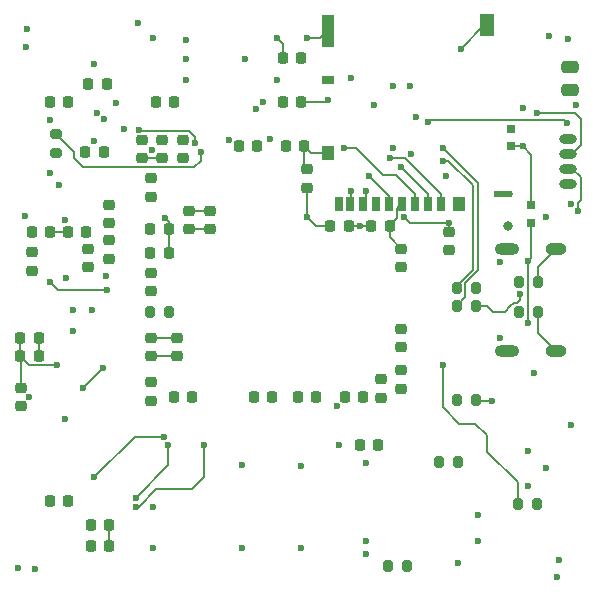
<source format=gbl>
%TF.GenerationSoftware,KiCad,Pcbnew,9.0.1-9.0.1-0~ubuntu24.04.1*%
%TF.CreationDate,2025-06-01T23:52:21-05:00*%
%TF.ProjectId,FC,46432e6b-6963-4616-945f-706362585858,rev?*%
%TF.SameCoordinates,Original*%
%TF.FileFunction,Copper,L6,Bot*%
%TF.FilePolarity,Positive*%
%FSLAX46Y46*%
G04 Gerber Fmt 4.6, Leading zero omitted, Abs format (unit mm)*
G04 Created by KiCad (PCBNEW 9.0.1-9.0.1-0~ubuntu24.04.1) date 2025-06-01 23:52:21*
%MOMM*%
%LPD*%
G01*
G04 APERTURE LIST*
G04 Aperture macros list*
%AMRoundRect*
0 Rectangle with rounded corners*
0 $1 Rounding radius*
0 $2 $3 $4 $5 $6 $7 $8 $9 X,Y pos of 4 corners*
0 Add a 4 corners polygon primitive as box body*
4,1,4,$2,$3,$4,$5,$6,$7,$8,$9,$2,$3,0*
0 Add four circle primitives for the rounded corners*
1,1,$1+$1,$2,$3*
1,1,$1+$1,$4,$5*
1,1,$1+$1,$6,$7*
1,1,$1+$1,$8,$9*
0 Add four rect primitives between the rounded corners*
20,1,$1+$1,$2,$3,$4,$5,0*
20,1,$1+$1,$4,$5,$6,$7,0*
20,1,$1+$1,$6,$7,$8,$9,0*
20,1,$1+$1,$8,$9,$2,$3,0*%
G04 Aperture macros list end*
%TA.AperFunction,HeatsinkPad*%
%ADD10O,1.800000X1.000000*%
%TD*%
%TA.AperFunction,HeatsinkPad*%
%ADD11O,2.100000X1.000000*%
%TD*%
%TA.AperFunction,SMDPad,CuDef*%
%ADD12RoundRect,0.225000X-0.225000X-0.250000X0.225000X-0.250000X0.225000X0.250000X-0.225000X0.250000X0*%
%TD*%
%TA.AperFunction,HeatsinkPad*%
%ADD13C,0.500000*%
%TD*%
%TA.AperFunction,HeatsinkPad*%
%ADD14R,1.600000X0.500000*%
%TD*%
%TA.AperFunction,SMDPad,CuDef*%
%ADD15O,1.500000X0.800000*%
%TD*%
%TA.AperFunction,SMDPad,CuDef*%
%ADD16RoundRect,0.218750X-0.218750X-0.256250X0.218750X-0.256250X0.218750X0.256250X-0.218750X0.256250X0*%
%TD*%
%TA.AperFunction,SMDPad,CuDef*%
%ADD17RoundRect,0.225000X-0.250000X0.225000X-0.250000X-0.225000X0.250000X-0.225000X0.250000X0.225000X0*%
%TD*%
%TA.AperFunction,SMDPad,CuDef*%
%ADD18RoundRect,0.225000X0.250000X-0.225000X0.250000X0.225000X-0.250000X0.225000X-0.250000X-0.225000X0*%
%TD*%
%TA.AperFunction,SMDPad,CuDef*%
%ADD19RoundRect,0.225000X0.225000X0.250000X-0.225000X0.250000X-0.225000X-0.250000X0.225000X-0.250000X0*%
%TD*%
%TA.AperFunction,SMDPad,CuDef*%
%ADD20R,0.685800X0.711200*%
%TD*%
%TA.AperFunction,SMDPad,CuDef*%
%ADD21RoundRect,0.200000X-0.200000X-0.275000X0.200000X-0.275000X0.200000X0.275000X-0.200000X0.275000X0*%
%TD*%
%TA.AperFunction,SMDPad,CuDef*%
%ADD22RoundRect,0.200000X0.200000X0.275000X-0.200000X0.275000X-0.200000X-0.275000X0.200000X-0.275000X0*%
%TD*%
%TA.AperFunction,SMDPad,CuDef*%
%ADD23R,0.700000X1.200000*%
%TD*%
%TA.AperFunction,SMDPad,CuDef*%
%ADD24R,1.000000X1.200000*%
%TD*%
%TA.AperFunction,SMDPad,CuDef*%
%ADD25R,1.000000X2.800000*%
%TD*%
%TA.AperFunction,SMDPad,CuDef*%
%ADD26R,1.300000X1.900000*%
%TD*%
%TA.AperFunction,SMDPad,CuDef*%
%ADD27R,1.000000X0.800000*%
%TD*%
%TA.AperFunction,SMDPad,CuDef*%
%ADD28RoundRect,0.250000X-0.475000X0.250000X-0.475000X-0.250000X0.475000X-0.250000X0.475000X0.250000X0*%
%TD*%
%TA.AperFunction,SMDPad,CuDef*%
%ADD29RoundRect,0.200000X0.275000X-0.200000X0.275000X0.200000X-0.275000X0.200000X-0.275000X-0.200000X0*%
%TD*%
%TA.AperFunction,ViaPad*%
%ADD30C,0.600000*%
%TD*%
%TA.AperFunction,ViaPad*%
%ADD31C,0.800000*%
%TD*%
%TA.AperFunction,Conductor*%
%ADD32C,0.200000*%
%TD*%
G04 APERTURE END LIST*
D10*
%TO.P,J1,S1,GND*%
%TO.N,GND*%
X197325000Y-70430000D03*
D11*
X193145000Y-70430000D03*
D10*
X197325000Y-79070000D03*
D11*
X193145000Y-79070000D03*
%TD*%
D12*
%TO.P,C49,1*%
%TO.N,GND*%
X154450000Y-58000000D03*
%TO.P,C49,2*%
%TO.N,+3.3V*%
X156000000Y-58000000D03*
%TD*%
%TO.P,C47,1*%
%TO.N,GND*%
X157725000Y-56500000D03*
%TO.P,C47,2*%
%TO.N,+3.3V*%
X159275000Y-56500000D03*
%TD*%
D13*
%TO.P,U1,7,PAD*%
%TO.N,GND*%
X192300000Y-65750000D03*
D14*
X192850000Y-65750000D03*
D13*
X193400000Y-65750000D03*
%TD*%
D15*
%TO.P,J34,5,Pin_5*%
%TO.N,unconnected-(J34-Pin_5-Pad5)*%
X198368500Y-64905000D03*
%TO.P,J34,6,Pin_6*%
%TO.N,/NRST*%
X198368500Y-63635000D03*
%TO.P,J34,7,Pin_7*%
%TO.N,+3.3V*%
X198368500Y-62365000D03*
%TO.P,J34,8,Pin_8*%
%TO.N,unconnected-(J34-Pin_8-Pad8)*%
X198368500Y-61095000D03*
%TD*%
D12*
%TO.P,C18,1*%
%TO.N,GND*%
X181700000Y-68500000D03*
%TO.P,C18,2*%
%TO.N,+3.3V*%
X183250000Y-68500000D03*
%TD*%
%TO.P,C3,1*%
%TO.N,GND*%
X157975000Y-93800000D03*
%TO.P,C3,2*%
%TO.N,+3.3V*%
X159525000Y-93800000D03*
%TD*%
D16*
%TO.P,L1,1*%
%TO.N,Net-(U10-VFBSMPS)*%
X162962500Y-68750000D03*
%TO.P,L1,2*%
%TO.N,Net-(U10-VLXSMPS)*%
X164537500Y-68750000D03*
%TD*%
D17*
%TO.P,C21,1*%
%TO.N,GND*%
X184250000Y-80725000D03*
%TO.P,C21,2*%
%TO.N,+3.3V*%
X184250000Y-82275000D03*
%TD*%
%TO.P,C44,1*%
%TO.N,GND*%
X168000000Y-67225000D03*
%TO.P,C44,2*%
%TO.N,Net-(U10-VFBSMPS)*%
X168000000Y-68775000D03*
%TD*%
D12*
%TO.P,C23,1*%
%TO.N,GND*%
X175475000Y-83000000D03*
%TO.P,C23,2*%
%TO.N,+3.3V*%
X177025000Y-83000000D03*
%TD*%
D18*
%TO.P,C46,1*%
%TO.N,GND*%
X162250000Y-62775000D03*
%TO.P,C46,2*%
%TO.N,+3.3V*%
X162250000Y-61225000D03*
%TD*%
D19*
%TO.P,C32,1*%
%TO.N,GND*%
X179775000Y-68500000D03*
%TO.P,C32,2*%
%TO.N,+3.3V*%
X178225000Y-68500000D03*
%TD*%
D12*
%TO.P,C2,1*%
%TO.N,GND*%
X157975000Y-95550000D03*
%TO.P,C2,2*%
%TO.N,+3.3V*%
X159525000Y-95550000D03*
%TD*%
D19*
%TO.P,C40,1*%
%TO.N,GND*%
X181025000Y-83000000D03*
%TO.P,C40,2*%
%TO.N,Net-(C40-Pad2)*%
X179475000Y-83000000D03*
%TD*%
D18*
%TO.P,C26,1*%
%TO.N,GND*%
X163000000Y-83275000D03*
%TO.P,C26,2*%
%TO.N,+3.3V*%
X163000000Y-81725000D03*
%TD*%
D17*
%TO.P,C27,1*%
%TO.N,GND*%
X163000000Y-72475000D03*
%TO.P,C27,2*%
%TO.N,+3.3V*%
X163000000Y-74025000D03*
%TD*%
D20*
%TO.P,U7,1*%
%TO.N,+5V*%
X195250000Y-66751400D03*
%TO.P,U7,2*%
%TO.N,Net-(J1-VBUS-PadA4)*%
X195250000Y-68250000D03*
%TD*%
D12*
%TO.P,C24,1*%
%TO.N,GND*%
X171725000Y-83000000D03*
%TO.P,C24,2*%
%TO.N,+3.3V*%
X173275000Y-83000000D03*
%TD*%
D18*
%TO.P,C14,1*%
%TO.N,GND*%
X165750000Y-62775000D03*
%TO.P,C14,2*%
%TO.N,+3.3V*%
X165750000Y-61225000D03*
%TD*%
%TO.P,C7,1*%
%TO.N,GND*%
X157750000Y-72000000D03*
%TO.P,C7,2*%
%TO.N,+3.3V*%
X157750000Y-70450000D03*
%TD*%
D21*
%TO.P,R2,1*%
%TO.N,/USB_DP*%
X188925000Y-75250000D03*
%TO.P,R2,2*%
%TO.N,Net-(J1-DP1)*%
X190575000Y-75250000D03*
%TD*%
D18*
%TO.P,C19,1*%
%TO.N,GND*%
X184250000Y-72000000D03*
%TO.P,C19,2*%
%TO.N,+3.3V*%
X184250000Y-70450000D03*
%TD*%
D17*
%TO.P,C37,1*%
%TO.N,GND*%
X165250000Y-77975000D03*
%TO.P,C37,2*%
%TO.N,+3.3V*%
X165250000Y-79525000D03*
%TD*%
%TO.P,C45,1*%
%TO.N,GND*%
X166250000Y-67225000D03*
%TO.P,C45,2*%
%TO.N,Net-(U10-VFBSMPS)*%
X166250000Y-68775000D03*
%TD*%
D22*
%TO.P,R7,1*%
%TO.N,+3.3V*%
X164575000Y-75750000D03*
%TO.P,R7,2*%
%TO.N,/NRST*%
X162925000Y-75750000D03*
%TD*%
%TO.P,R4,1*%
%TO.N,GND*%
X195825000Y-75760000D03*
%TO.P,R4,2*%
%TO.N,Net-(J1-CC1)*%
X194175000Y-75760000D03*
%TD*%
D19*
%TO.P,C15,1*%
%TO.N,GND*%
X172025000Y-61750000D03*
%TO.P,C15,2*%
%TO.N,+3.3V*%
X170475000Y-61750000D03*
%TD*%
D21*
%TO.P,R6,1*%
%TO.N,+3.3V*%
X187425000Y-88500000D03*
%TO.P,R6,2*%
%TO.N,Net-(U9-~{SAFEBOOT})*%
X189075000Y-88500000D03*
%TD*%
D22*
%TO.P,R5,1*%
%TO.N,+3.3V*%
X184750000Y-97250000D03*
%TO.P,R5,2*%
%TO.N,Net-(U9-~{RESET})*%
X183100000Y-97250000D03*
%TD*%
D12*
%TO.P,C17,1*%
%TO.N,GND*%
X174225000Y-54250000D03*
%TO.P,C17,2*%
%TO.N,+3.3V*%
X175775000Y-54250000D03*
%TD*%
%TO.P,C42,1*%
%TO.N,GND*%
X163475000Y-58000000D03*
%TO.P,C42,2*%
%TO.N,Net-(C42-Pad2)*%
X165025000Y-58000000D03*
%TD*%
D17*
%TO.P,C38,1*%
%TO.N,GND*%
X163000000Y-77975000D03*
%TO.P,C38,2*%
%TO.N,+3.3V*%
X163000000Y-79525000D03*
%TD*%
D19*
%TO.P,C43,1*%
%TO.N,Net-(U10-VLXSMPS)*%
X164525000Y-70750000D03*
%TO.P,C43,2*%
%TO.N,GND*%
X162975000Y-70750000D03*
%TD*%
%TO.P,C9,1*%
%TO.N,GND*%
X153525000Y-78000000D03*
%TO.P,C9,2*%
%TO.N,+3.3V*%
X151975000Y-78000000D03*
%TD*%
D23*
%TO.P,J2,1,DAT2*%
%TO.N,/SD_DAT2*%
X187600000Y-66600000D03*
%TO.P,J2,2,CD/DAT3*%
%TO.N,/SD_DAT3*%
X186500000Y-66600000D03*
%TO.P,J2,3,CMD*%
%TO.N,/SD_CMD*%
X185400000Y-66600000D03*
%TO.P,J2,4,VDD*%
%TO.N,+3.3V*%
X184300000Y-66600000D03*
%TO.P,J2,5,CLK*%
%TO.N,/SD_CLK*%
X183200000Y-66600000D03*
%TO.P,J2,6,VSS*%
%TO.N,GND*%
X182100000Y-66600000D03*
%TO.P,J2,7,DAT0*%
%TO.N,/SD_DAT0*%
X181000000Y-66600000D03*
%TO.P,J2,8,DAT1*%
%TO.N,/SD_DAT1*%
X179900000Y-66600000D03*
D24*
%TO.P,J2,P1,SHIELD*%
%TO.N,GND*%
X178000000Y-62300000D03*
D25*
%TO.P,J2,P2,SHIELD__1*%
X178000000Y-51950000D03*
D26*
%TO.P,J2,P3,SHIELD__2*%
X191500000Y-51500000D03*
D24*
%TO.P,J2,P4,SHIELD__3*%
X189150000Y-66600000D03*
D27*
%TO.P,J2,SWA,A*%
%TO.N,unconnected-(J2-A-PadSWA)*%
X178000000Y-56100000D03*
D23*
%TO.P,J2,SWB,B*%
%TO.N,unconnected-(J2-B-PadSWB)*%
X178950000Y-66600000D03*
%TD*%
D12*
%TO.P,C25,1*%
%TO.N,GND*%
X164975000Y-83000000D03*
%TO.P,C25,2*%
%TO.N,+3.3V*%
X166525000Y-83000000D03*
%TD*%
%TO.P,C13,1*%
%TO.N,GND*%
X157475000Y-62250000D03*
%TO.P,C13,2*%
%TO.N,+3.3V*%
X159025000Y-62250000D03*
%TD*%
D18*
%TO.P,C39,1*%
%TO.N,GND*%
X188250000Y-70525000D03*
%TO.P,C39,2*%
%TO.N,+5V*%
X188250000Y-68975000D03*
%TD*%
D21*
%TO.P,R9,1*%
%TO.N,/LEDC_PWM*%
X194100000Y-92000000D03*
%TO.P,R9,2*%
%TO.N,Net-(U15-DIN)*%
X195750000Y-92000000D03*
%TD*%
D17*
%TO.P,C34,1*%
%TO.N,GND*%
X176250000Y-63700000D03*
%TO.P,C34,2*%
%TO.N,+3.3V*%
X176250000Y-65250000D03*
%TD*%
D12*
%TO.P,C5,1*%
%TO.N,GND*%
X152975000Y-69000000D03*
%TO.P,C5,2*%
%TO.N,+3.3V*%
X154525000Y-69000000D03*
%TD*%
D19*
%TO.P,C4,1*%
%TO.N,GND*%
X157525000Y-69000000D03*
%TO.P,C4,2*%
%TO.N,+3.3V*%
X155975000Y-69000000D03*
%TD*%
D18*
%TO.P,C35,1*%
%TO.N,GND*%
X164000000Y-62775000D03*
%TO.P,C35,2*%
%TO.N,+3.3V*%
X164000000Y-61225000D03*
%TD*%
D12*
%TO.P,C1,1*%
%TO.N,GND*%
X154475000Y-91750000D03*
%TO.P,C1,2*%
%TO.N,Net-(U6-C1)*%
X156025000Y-91750000D03*
%TD*%
%TO.P,C22,1*%
%TO.N,GND*%
X180725000Y-87000000D03*
%TO.P,C22,2*%
%TO.N,+3.3V*%
X182275000Y-87000000D03*
%TD*%
D18*
%TO.P,C6,1*%
%TO.N,GND*%
X153000000Y-72275000D03*
%TO.P,C6,2*%
%TO.N,+3.3V*%
X153000000Y-70725000D03*
%TD*%
D17*
%TO.P,C20,1*%
%TO.N,GND*%
X184250000Y-77225000D03*
%TO.P,C20,2*%
%TO.N,+3.3V*%
X184250000Y-78775000D03*
%TD*%
D18*
%TO.P,C36,1*%
%TO.N,GND*%
X159500000Y-71275000D03*
%TO.P,C36,2*%
%TO.N,+3.3V*%
X159500000Y-69725000D03*
%TD*%
D19*
%TO.P,C8,1*%
%TO.N,GND*%
X153525000Y-79500000D03*
%TO.P,C8,2*%
%TO.N,+3.3V*%
X151975000Y-79500000D03*
%TD*%
D21*
%TO.P,R10,1*%
%TO.N,/LEDB_PWM*%
X188925000Y-83250000D03*
%TO.P,R10,2*%
%TO.N,Net-(U16-DIN)*%
X190575000Y-83250000D03*
%TD*%
D20*
%TO.P,U8,1*%
%TO.N,+5V*%
X193500000Y-61750000D03*
%TO.P,U8,2*%
%TO.N,/ESC_5V*%
X193500000Y-60251400D03*
%TD*%
D12*
%TO.P,C41,1*%
%TO.N,GND*%
X174225000Y-58000000D03*
%TO.P,C41,2*%
%TO.N,Net-(C41-Pad2)*%
X175775000Y-58000000D03*
%TD*%
D28*
%TO.P,C48,1*%
%TO.N,GND*%
X198500000Y-55050000D03*
%TO.P,C48,2*%
%TO.N,+5V*%
X198500000Y-56950000D03*
%TD*%
D19*
%TO.P,C16,1*%
%TO.N,GND*%
X176025000Y-61750000D03*
%TO.P,C16,2*%
%TO.N,+3.3V*%
X174475000Y-61750000D03*
%TD*%
D17*
%TO.P,C29,1*%
%TO.N,GND*%
X163000000Y-64475000D03*
%TO.P,C29,2*%
%TO.N,+3.3V*%
X163000000Y-66025000D03*
%TD*%
D29*
%TO.P,R8,1*%
%TO.N,Net-(R8-Pad1)*%
X155000000Y-62325000D03*
%TO.P,R8,2*%
%TO.N,Net-(U10-BOOT0)*%
X155000000Y-60675000D03*
%TD*%
D17*
%TO.P,C28,1*%
%TO.N,GND*%
X159500000Y-66725000D03*
%TO.P,C28,2*%
%TO.N,+3.3V*%
X159500000Y-68275000D03*
%TD*%
D22*
%TO.P,R3,1*%
%TO.N,GND*%
X195825000Y-73250000D03*
%TO.P,R3,2*%
%TO.N,Net-(J1-CC2)*%
X194175000Y-73250000D03*
%TD*%
D17*
%TO.P,C33,1*%
%TO.N,GND*%
X182500000Y-81475000D03*
%TO.P,C33,2*%
%TO.N,+3.3V*%
X182500000Y-83025000D03*
%TD*%
D21*
%TO.P,R1,1*%
%TO.N,/USB_DN*%
X188925000Y-73750000D03*
%TO.P,R1,2*%
%TO.N,Net-(J1-DN1)*%
X190575000Y-73750000D03*
%TD*%
D18*
%TO.P,C10,1*%
%TO.N,GND*%
X152000000Y-83775000D03*
%TO.P,C10,2*%
%TO.N,+3.3V*%
X152000000Y-82225000D03*
%TD*%
D30*
%TO.N,Net-(J1-VBUS-PadA4)*%
X195000000Y-71500000D03*
%TO.N,+3.3V*%
X188000000Y-64250000D03*
X184300000Y-66600000D03*
%TO.N,FSYNC*%
X159250000Y-72750000D03*
%TO.N,GND*%
X154475000Y-91750000D03*
%TO.N,Net-(U6-C1)*%
X156025000Y-91750000D03*
%TO.N,+3.3V*%
X175775000Y-54250000D03*
%TO.N,Net-(C41-Pad2)*%
X185500000Y-59250000D03*
X178000000Y-57800000D03*
%TO.N,GND*%
X174225000Y-58000000D03*
%TO.N,+3.3V*%
X176250000Y-67750000D03*
%TO.N,GND*%
X180750000Y-68500000D03*
%TO.N,IMU2_SCL*%
X155750000Y-68000000D03*
%TO.N,GND*%
X160750000Y-60250000D03*
%TO.N,+3.3V*%
X159025000Y-62250000D03*
%TO.N,IMU3_MISO*%
X173100000Y-61150000D03*
%TO.N,IMU3_MOSI*%
X171900000Y-58600000D03*
%TO.N,IMU3_SCL*%
X172500000Y-58000000D03*
%TO.N,IMU3_MISO*%
X158222909Y-61322154D03*
%TO.N,IMU3_MOSI*%
X159059598Y-59466239D03*
%TO.N,IMU3_SCL*%
X158445998Y-58936402D03*
%TO.N,FSYNC*%
X160101251Y-58101251D03*
X152374000Y-67626000D03*
%TO.N,Net-(U10-BOOT0)*%
X167250000Y-62250000D03*
%TO.N,GND*%
X163200000Y-52600000D03*
X164975000Y-83000000D03*
X181025000Y-83000000D03*
X181250000Y-88600000D03*
X155250000Y-65000000D03*
X156429801Y-77424999D03*
X165250000Y-77975000D03*
X154475000Y-58000000D03*
X153525000Y-79500000D03*
X157700000Y-56500000D03*
X189000000Y-97000000D03*
X157975000Y-93800000D03*
X166000000Y-56100000D03*
X182100000Y-66600000D03*
X195000000Y-87525000D03*
X159500000Y-66725000D03*
X163250000Y-92250000D03*
X166000000Y-54400000D03*
X175475000Y-83000000D03*
X152000000Y-83775000D03*
X153000000Y-72275000D03*
X180725000Y-87000000D03*
X195447500Y-80947500D03*
X157525000Y-69000000D03*
X165750000Y-62775000D03*
X184250000Y-80725000D03*
X175750000Y-88800000D03*
X184250000Y-72000000D03*
X152578248Y-51828248D03*
X192570000Y-71550000D03*
X189250000Y-53500000D03*
X162975000Y-70750000D03*
X166000000Y-52750000D03*
X172025000Y-61750000D03*
X176250000Y-52600000D03*
X173750000Y-52600000D03*
X171725000Y-83000000D03*
X151759517Y-97431269D03*
X175750000Y-95800000D03*
X198500000Y-55050000D03*
X163000000Y-72475000D03*
X196525000Y-89000000D03*
X157975000Y-95550000D03*
X157475000Y-62250000D03*
X166250000Y-67225000D03*
X183500000Y-56650000D03*
X164000000Y-62775000D03*
X158250000Y-54750000D03*
X163000000Y-77975000D03*
X152975000Y-69000000D03*
X195000000Y-90475000D03*
X192570000Y-77950000D03*
X168000000Y-67225000D03*
X153525000Y-78000000D03*
X190750000Y-95200000D03*
X189150000Y-66600000D03*
X176025000Y-61750000D03*
X163475000Y-58000000D03*
X155836765Y-72913235D03*
X154500000Y-59499998D03*
X163000000Y-64475000D03*
X198331117Y-52668883D03*
X196500000Y-67750000D03*
X188250000Y-70525000D03*
X194500000Y-58500000D03*
X159500000Y-71275000D03*
X184250000Y-77225000D03*
%TO.N,+3.3V*%
X182500000Y-83025000D03*
%TO.N,GND*%
X163000000Y-83275000D03*
X157750000Y-72000000D03*
%TO.N,Net-(J1-DP1)*%
X190575000Y-75250000D03*
X194250000Y-74238220D03*
%TO.N,Net-(J1-DN1)*%
X190575000Y-73750000D03*
%TO.N,Net-(J1-CC2)*%
X194175000Y-73250000D03*
%TO.N,Net-(J1-CC1)*%
X194175000Y-75760000D03*
%TO.N,/SD_CLK*%
X181500000Y-64250000D03*
%TO.N,/SD_DAT1*%
X180000000Y-65500000D03*
%TO.N,+3.3V*%
X163000000Y-81725000D03*
X154500000Y-64000000D03*
X163000000Y-74025000D03*
X162250000Y-61225000D03*
X181250000Y-96300000D03*
X195750000Y-58900000D03*
X153000000Y-70725000D03*
X174475000Y-61750000D03*
X159500000Y-69725000D03*
X183500000Y-61900000D03*
%TO.N,GND*%
X182500000Y-81475000D03*
%TO.N,+3.3V*%
X164000000Y-61225000D03*
X154525000Y-69000000D03*
X177025000Y-83000000D03*
X164575000Y-75750000D03*
X156025000Y-58000000D03*
X159525000Y-93800000D03*
X170750000Y-95750000D03*
X166525000Y-83000000D03*
X152000000Y-82225000D03*
X184750000Y-97250000D03*
X173275000Y-83000000D03*
X170475000Y-61750000D03*
X163250000Y-95750000D03*
X151987500Y-79512500D03*
X171000000Y-54400000D03*
X156429801Y-75575001D03*
X170750000Y-88750000D03*
X181250000Y-95200000D03*
X159250000Y-56500000D03*
X151975000Y-78000000D03*
X159500000Y-68275000D03*
X190750000Y-93000000D03*
X155124264Y-80250735D03*
X184250000Y-70450000D03*
X165750000Y-61225000D03*
X163000000Y-79525000D03*
X182275000Y-87000000D03*
X157750000Y-70450000D03*
X187425000Y-88500000D03*
D31*
X193275000Y-68500000D03*
D30*
X165250000Y-79525000D03*
X184250000Y-82275000D03*
X184250000Y-78775000D03*
X158070199Y-75575001D03*
X163000000Y-66025000D03*
%TO.N,/SD_CMD*%
X179400000Y-61900000D03*
%TO.N,/SD_DAT2*%
X183250000Y-62750000D03*
%TO.N,/SD_DAT0*%
X181250000Y-65500000D03*
%TO.N,/SD_DAT3*%
X184250000Y-63500000D03*
%TO.N,+5V*%
X197568731Y-96759517D03*
X152440786Y-53309214D03*
X161945650Y-51350000D03*
X188250000Y-68250000D03*
X153240483Y-97568731D03*
X184500000Y-67750000D03*
X198500000Y-56950000D03*
X180000000Y-56000000D03*
X196750000Y-52431269D03*
X198625000Y-85375000D03*
X194500000Y-61750000D03*
%TO.N,IMU1_MISO*%
X157250000Y-82250000D03*
X159000000Y-80500000D03*
%TO.N,IMU1_SCL*%
X155728520Y-84798379D03*
X179000000Y-87000000D03*
%TO.N,BARO_SCL*%
X154488235Y-73261765D03*
X159299265Y-73950735D03*
%TO.N,MAG_MISO*%
X164500000Y-87000000D03*
X161750000Y-91500000D03*
%TO.N,MAG_INT*%
X161750000Y-92250000D03*
X167500000Y-87000000D03*
%TO.N,MAG_SCL*%
X164174874Y-86349749D03*
X158250000Y-89750000D03*
%TO.N,Net-(C40-Pad2)*%
X179500000Y-83000000D03*
%TO.N,Net-(U9-~{RESET})*%
X183100000Y-97250000D03*
%TO.N,Net-(U9-~{SAFEBOOT})*%
X189075000Y-88500000D03*
%TO.N,/USB_DN*%
X187750000Y-63000000D03*
%TO.N,Net-(U15-DIN)*%
X195750000Y-92000000D03*
%TO.N,Net-(C42-Pad2)*%
X165025000Y-58000000D03*
%TO.N,Net-(U10-VFBSMPS)*%
X162962500Y-68750000D03*
X166250000Y-68775000D03*
%TO.N,/USB_DP*%
X187750000Y-61900000D03*
%TO.N,Net-(U10-VLXSMPS)*%
X164250000Y-67850000D03*
%TO.N,/EXT_VTX_IRC*%
X173750000Y-56100000D03*
X185074265Y-62425735D03*
%TO.N,/ESC_5V*%
X185000000Y-56650000D03*
X193500000Y-60251400D03*
%TO.N,/LEDC_PWM*%
X187750000Y-80250000D03*
%TO.N,Net-(U16-DIN)*%
X191927799Y-83275000D03*
%TO.N,/LEDB_PWM*%
X188925000Y-83250000D03*
X178750000Y-83750000D03*
%TO.N,/ELRS_UART_RX*%
X166750000Y-61500000D03*
X162035616Y-60348000D03*
%TO.N,Net-(R8-Pad1)*%
X155000700Y-62500000D03*
%TO.N,/SWO*%
X169672696Y-61191207D03*
X198600000Y-66650000D03*
%TO.N,/NRST*%
X162925000Y-75750000D03*
X199200000Y-67250000D03*
%TO.N,/SWCLK*%
X199000000Y-58250000D03*
X181900000Y-58250000D03*
%TO.N,/SDWIO*%
X186500000Y-59700000D03*
X198250000Y-59750000D03*
%TO.N,Net-(J1-VBUS-PadA4)*%
X195000000Y-76750000D03*
%TO.N,FSYNC*%
X152750000Y-83000000D03*
%TO.N,IMU2_SCL*%
X163086736Y-62086736D03*
%TO.N,GND*%
X197431269Y-98240483D03*
%TD*%
D32*
%TO.N,+5V*%
X195250000Y-66751400D02*
X195250000Y-62500000D01*
X195250000Y-62500000D02*
X194500000Y-61750000D01*
%TO.N,+3.3V*%
X184300000Y-66600000D02*
X183899000Y-67001000D01*
X183899000Y-67001000D02*
X183899000Y-67851000D01*
X183899000Y-67851000D02*
X183250000Y-68500000D01*
%TO.N,GND*%
X174225000Y-54250000D02*
X174225000Y-53075000D01*
X174225000Y-53075000D02*
X173750000Y-52600000D01*
%TO.N,Net-(C41-Pad2)*%
X177800000Y-58000000D02*
X178000000Y-57800000D01*
X175775000Y-58000000D02*
X177800000Y-58000000D01*
%TO.N,+3.3V*%
X178225000Y-68500000D02*
X177000000Y-68500000D01*
X177000000Y-68500000D02*
X176250000Y-67750000D01*
X176250000Y-65250000D02*
X176250000Y-67750000D01*
X183250000Y-68500000D02*
X183250000Y-69450000D01*
X183250000Y-69450000D02*
X184250000Y-70450000D01*
%TO.N,GND*%
X179775000Y-68500000D02*
X180750000Y-68500000D01*
X181700000Y-68500000D02*
X180750000Y-68500000D01*
X195825000Y-75760000D02*
X195825000Y-77570000D01*
X195825000Y-77570000D02*
X197325000Y-79070000D01*
X195825000Y-73250000D02*
X195825000Y-71930000D01*
X195825000Y-71930000D02*
X197325000Y-70430000D01*
X189250000Y-66400000D02*
X189250000Y-66500000D01*
X176250000Y-52600000D02*
X177350000Y-52600000D01*
X168000000Y-67225000D02*
X166250000Y-67225000D01*
X153525000Y-78000000D02*
X153525000Y-79500000D01*
X177350000Y-52600000D02*
X178000000Y-51950000D01*
X189250000Y-53500000D02*
X191250000Y-51500000D01*
X178000000Y-62300000D02*
X176575000Y-62300000D01*
X162250000Y-62775000D02*
X164000000Y-62775000D01*
X176575000Y-62300000D02*
X176025000Y-61750000D01*
X189250000Y-66500000D02*
X189150000Y-66600000D01*
X191250000Y-51500000D02*
X191500000Y-51500000D01*
X163000000Y-77975000D02*
X165250000Y-77975000D01*
%TO.N,Net-(J1-DP1)*%
X192000000Y-75750000D02*
X191500000Y-75250000D01*
X194250000Y-74750000D02*
X194016000Y-74984000D01*
X193474000Y-75276000D02*
X193000000Y-75750000D01*
X193474000Y-75271936D02*
X193474000Y-75276000D01*
X193761936Y-74984000D02*
X193474000Y-75271936D01*
X193000000Y-75750000D02*
X192000000Y-75750000D01*
X194250000Y-74238220D02*
X194250000Y-74750000D01*
X191500000Y-75250000D02*
X190575000Y-75250000D01*
X194016000Y-74984000D02*
X193761936Y-74984000D01*
%TO.N,/SD_CLK*%
X183200000Y-65950000D02*
X183200000Y-66600000D01*
X181500000Y-64250000D02*
X183200000Y-65950000D01*
%TO.N,/SD_DAT1*%
X180000000Y-65500000D02*
X180000000Y-66500000D01*
X180000000Y-66500000D02*
X179900000Y-66600000D01*
%TO.N,+3.3V*%
X165250000Y-79525000D02*
X163000000Y-79525000D01*
X195750000Y-58900000D02*
X198900000Y-58900000D01*
X152000000Y-79525000D02*
X151975000Y-79500000D01*
X151987500Y-79512500D02*
X151975000Y-79500000D01*
X151975000Y-78000000D02*
X151975000Y-79500000D01*
X152751000Y-80276000D02*
X151987500Y-79512500D01*
X198718500Y-62365000D02*
X198368500Y-62365000D01*
X199419500Y-59419500D02*
X199419500Y-61664000D01*
X155124264Y-80250735D02*
X155098999Y-80276000D01*
X198900000Y-58900000D02*
X199419500Y-59419500D01*
X155098999Y-80276000D02*
X152751000Y-80276000D01*
X152000000Y-82225000D02*
X152000000Y-79525000D01*
X199419500Y-61664000D02*
X198718500Y-62365000D01*
X154525000Y-69000000D02*
X155975000Y-69000000D01*
X159525000Y-95550000D02*
X159525000Y-93800000D01*
%TO.N,/SD_CMD*%
X183749986Y-64149986D02*
X185400000Y-65800000D01*
X180400000Y-61900000D02*
X182649986Y-64149986D01*
X182649986Y-64149986D02*
X183749986Y-64149986D01*
X179400000Y-61900000D02*
X180400000Y-61900000D01*
X185400000Y-65800000D02*
X185400000Y-66600000D01*
%TO.N,/SD_DAT2*%
X184550000Y-62750000D02*
X187600000Y-65800000D01*
X187600000Y-65800000D02*
X187600000Y-66600000D01*
X183250000Y-62750000D02*
X184550000Y-62750000D01*
%TO.N,/SD_DAT0*%
X181250000Y-66350000D02*
X181000000Y-66600000D01*
X181250000Y-65500000D02*
X181250000Y-66350000D01*
%TO.N,/SD_DAT3*%
X186500000Y-65750000D02*
X186500000Y-66600000D01*
X184250000Y-63500000D02*
X186500000Y-65750000D01*
%TO.N,+5V*%
X188250000Y-68250000D02*
X185000000Y-68250000D01*
X193500000Y-61750000D02*
X194500000Y-61750000D01*
X185000000Y-68250000D02*
X184500000Y-67750000D01*
X188250000Y-68975000D02*
X188250000Y-68250000D01*
%TO.N,IMU1_MISO*%
X157250000Y-82250000D02*
X159000000Y-80500000D01*
%TO.N,BARO_SCL*%
X159299265Y-73950735D02*
X155177205Y-73950735D01*
X155177205Y-73950735D02*
X154488235Y-73261765D01*
%TO.N,MAG_MISO*%
X164500000Y-88750000D02*
X164500000Y-87000000D01*
X161750000Y-91500000D02*
X164500000Y-88750000D01*
%TO.N,MAG_INT*%
X166500000Y-90750000D02*
X167500000Y-89750000D01*
X163500000Y-90750000D02*
X166500000Y-90750000D01*
X167500000Y-89750000D02*
X167500000Y-87000000D01*
X161750000Y-92250000D02*
X162000000Y-92250000D01*
X162000000Y-92250000D02*
X163500000Y-90750000D01*
%TO.N,MAG_SCL*%
X158250000Y-89750000D02*
X161650251Y-86349749D01*
X161650251Y-86349749D02*
X164174874Y-86349749D01*
%TO.N,Net-(C40-Pad2)*%
X179475000Y-83000000D02*
X179500000Y-83000000D01*
%TO.N,/USB_DN*%
X190275000Y-65061397D02*
X188213603Y-63000000D01*
X188925000Y-73574568D02*
X190275000Y-72224568D01*
X188213603Y-63000000D02*
X187750000Y-63000000D01*
X188925000Y-73750000D02*
X188925000Y-73574568D01*
X190275000Y-72224568D02*
X190275000Y-65061397D01*
%TO.N,Net-(U10-VFBSMPS)*%
X166250000Y-68775000D02*
X168000000Y-68775000D01*
%TO.N,/USB_DP*%
X187750000Y-61900000D02*
X190725000Y-64875000D01*
X190725000Y-72186104D02*
X189626000Y-73285104D01*
X189626000Y-74549000D02*
X188925000Y-75250000D01*
X189626000Y-73285104D02*
X189626000Y-74549000D01*
X190725000Y-64875000D02*
X190725000Y-72186104D01*
%TO.N,Net-(U10-VLXSMPS)*%
X164537500Y-68750000D02*
X164537500Y-68137500D01*
X164537500Y-70737500D02*
X164525000Y-70750000D01*
X164537500Y-68750000D02*
X164537500Y-70737500D01*
X164537500Y-68137500D02*
X164250000Y-67850000D01*
%TO.N,/LEDC_PWM*%
X190514064Y-85250000D02*
X191500000Y-86235936D01*
X189149095Y-85250000D02*
X190514064Y-85250000D01*
X191500000Y-86235936D02*
X191500000Y-87600905D01*
X194100000Y-92000000D02*
X194100000Y-90200905D01*
X191500000Y-87600905D02*
X194100000Y-90200905D01*
X187750000Y-83850905D02*
X187750000Y-80250000D01*
X187750000Y-83850905D02*
X189149095Y-85250000D01*
%TO.N,Net-(U16-DIN)*%
X191927799Y-83275000D02*
X190600000Y-83275000D01*
X190600000Y-83275000D02*
X190575000Y-83250000D01*
X190602799Y-83277799D02*
X190575000Y-83250000D01*
%TO.N,/ELRS_UART_RX*%
X162000000Y-60474000D02*
X162000000Y-60383616D01*
X166224110Y-60474000D02*
X162000000Y-60474000D01*
X166750000Y-60999890D02*
X166224110Y-60474000D01*
X166750000Y-61500000D02*
X166750000Y-60999890D01*
X162000000Y-60383616D02*
X162035616Y-60348000D01*
%TO.N,/NRST*%
X198718500Y-63635000D02*
X198368500Y-63635000D01*
X199419500Y-66330500D02*
X199200000Y-66550000D01*
X199419500Y-66330500D02*
X199419500Y-64336000D01*
X199419500Y-64336000D02*
X198718500Y-63635000D01*
X199200000Y-66550000D02*
X199200000Y-67250000D01*
%TO.N,/SDWIO*%
X186500000Y-59700000D02*
X186700000Y-59500000D01*
X198000000Y-59500000D02*
X198250000Y-59750000D01*
X186700000Y-59500000D02*
X198000000Y-59500000D01*
%TO.N,Net-(U10-BOOT0)*%
X155000000Y-60675000D02*
X155000000Y-60750000D01*
X155000000Y-60750000D02*
X156500000Y-62250000D01*
X156500000Y-62250000D02*
X156500000Y-62750000D01*
X157276000Y-63526000D02*
X166724000Y-63526000D01*
X156500000Y-62750000D02*
X157276000Y-63526000D01*
X166724000Y-63526000D02*
X167250000Y-63000000D01*
X167250000Y-63000000D02*
X167250000Y-62250000D01*
%TO.N,GND*%
X176025000Y-63475000D02*
X176250000Y-63700000D01*
X176025000Y-61750000D02*
X176025000Y-63475000D01*
%TO.N,Net-(J1-VBUS-PadA4)*%
X195000000Y-71500000D02*
X195250000Y-71250000D01*
X195000000Y-71500000D02*
X195000000Y-76750000D01*
X195250000Y-71250000D02*
X195250000Y-68250000D01*
%TD*%
M02*

</source>
